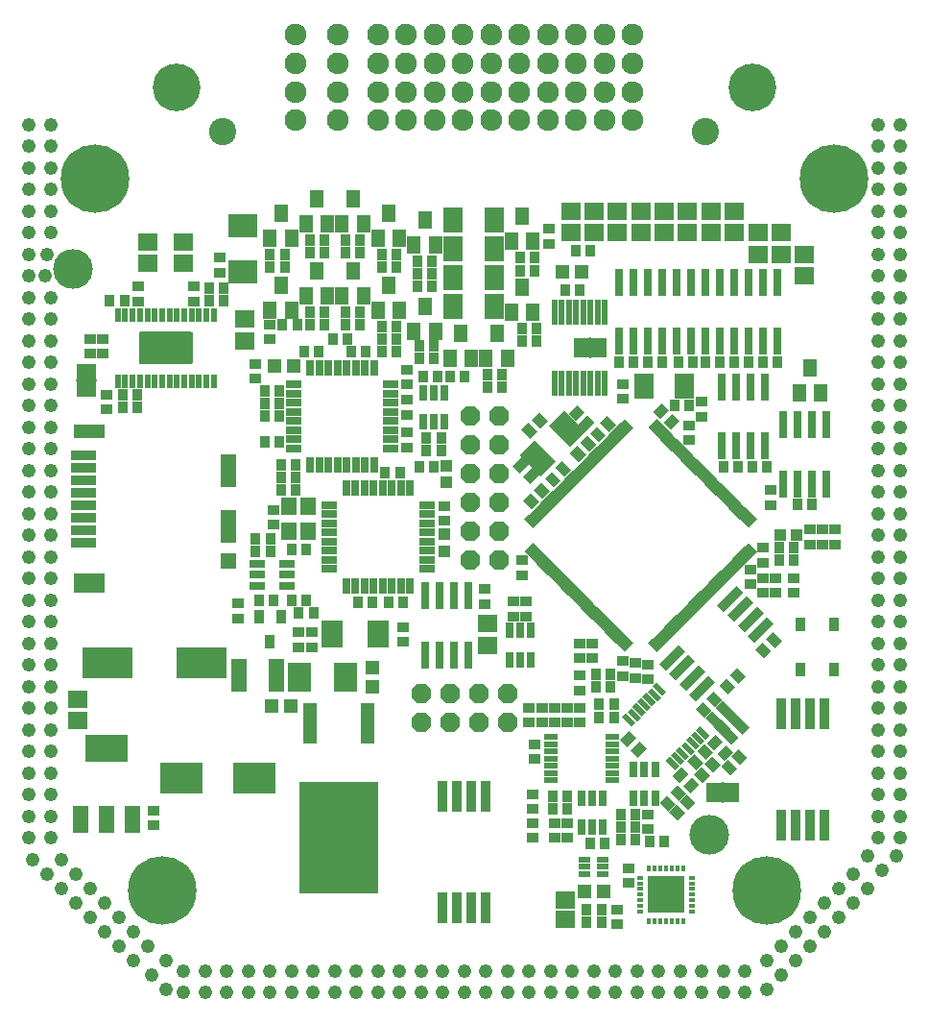
<source format=gbr>
G04 EAGLE Gerber RS-274X export*
G75*
%MOMM*%
%FSLAX34Y34*%
%LPD*%
%INSoldermask Top*%
%IPPOS*%
%AMOC8*
5,1,8,0,0,1.08239X$1,22.5*%
G01*
%ADD10C,3.503200*%
%ADD11R,0.903200X1.103200*%
%ADD12R,1.103200X0.903200*%
%ADD13R,0.903200X1.203200*%
%ADD14R,1.203200X1.303200*%
%ADD15R,1.473200X0.762000*%
%ADD16R,0.762000X1.473200*%
%ADD17R,1.983200X2.363200*%
%ADD18R,1.003200X1.003200*%
%ADD19R,1.403200X3.003200*%
%ADD20R,1.403200X1.603200*%
%ADD21R,2.003200X2.603200*%
%ADD22R,1.203200X1.603200*%
%ADD23R,1.703200X1.503200*%
%ADD24R,1.703200X2.303200*%
%ADD25R,0.889000X2.743200*%
%ADD26R,1.103200X0.503200*%
%ADD27R,0.503200X1.103200*%
%ADD28R,1.903200X2.603200*%
%ADD29R,0.803200X2.403200*%
%ADD30R,1.422200X2.438200*%
%ADD31R,3.803200X2.403200*%
%ADD32R,2.403200X0.838200*%
%ADD33P,1.869504X8X292.500000*%
%ADD34C,1.928200*%
%ADD35C,2.403200*%
%ADD36C,4.203200*%
%ADD37R,1.303200X1.203200*%
%ADD38R,0.753200X1.403200*%
%ADD39R,1.403200X0.753200*%
%ADD40R,1.193800X0.508000*%
%ADD41R,0.508000X1.193800*%
%ADD42R,1.203200X3.603200*%
%ADD43R,7.003200X9.803200*%
%ADD44R,4.503200X2.703200*%
%ADD45R,3.703200X2.703200*%
%ADD46R,2.603200X2.003200*%
%ADD47R,1.371600X1.803400*%
%ADD48R,0.152400X1.828800*%
%ADD49R,0.600000X0.300000*%
%ADD50R,0.300000X0.600000*%
%ADD51R,3.300000X3.300000*%
%ADD52R,1.003200X0.603200*%
%ADD53R,0.953200X1.203200*%
%ADD54R,1.803400X1.371600*%
%ADD55R,1.828800X0.152400*%
%ADD56R,2.203200X0.903200*%
%ADD57R,2.803200X1.703200*%
%ADD58R,2.803200X1.203200*%
%ADD59R,1.403200X1.403200*%
%ADD60R,1.403200X2.903200*%
%ADD61R,0.583200X2.203200*%
%ADD62P,1.869504X8X202.500000*%
%ADD63C,6.045200*%
%ADD64C,1.209600*%

G36*
X158776Y569980D02*
X158776Y569980D01*
X158802Y569978D01*
X158949Y570000D01*
X159096Y570017D01*
X159121Y570025D01*
X159147Y570029D01*
X159285Y570084D01*
X159424Y570134D01*
X159446Y570148D01*
X159471Y570158D01*
X159592Y570243D01*
X159717Y570323D01*
X159735Y570342D01*
X159757Y570357D01*
X159856Y570467D01*
X159959Y570574D01*
X159973Y570596D01*
X159990Y570616D01*
X160062Y570746D01*
X160138Y570873D01*
X160146Y570898D01*
X160159Y570921D01*
X160199Y571064D01*
X160244Y571205D01*
X160246Y571231D01*
X160254Y571256D01*
X160273Y571500D01*
X160273Y596900D01*
X160270Y596926D01*
X160272Y596952D01*
X160250Y597099D01*
X160233Y597246D01*
X160225Y597271D01*
X160221Y597297D01*
X160166Y597435D01*
X160116Y597574D01*
X160102Y597596D01*
X160092Y597621D01*
X160007Y597742D01*
X159927Y597867D01*
X159908Y597885D01*
X159893Y597907D01*
X159783Y598006D01*
X159676Y598109D01*
X159654Y598123D01*
X159634Y598140D01*
X159504Y598212D01*
X159377Y598288D01*
X159352Y598296D01*
X159329Y598309D01*
X159186Y598349D01*
X159045Y598394D01*
X159019Y598396D01*
X158994Y598404D01*
X158750Y598423D01*
X114300Y598423D01*
X114274Y598420D01*
X114248Y598422D01*
X114101Y598400D01*
X113954Y598383D01*
X113929Y598375D01*
X113903Y598371D01*
X113765Y598316D01*
X113626Y598266D01*
X113604Y598252D01*
X113579Y598242D01*
X113458Y598157D01*
X113333Y598077D01*
X113315Y598058D01*
X113293Y598043D01*
X113194Y597933D01*
X113091Y597826D01*
X113077Y597804D01*
X113060Y597784D01*
X112988Y597654D01*
X112912Y597527D01*
X112904Y597502D01*
X112891Y597479D01*
X112851Y597336D01*
X112806Y597195D01*
X112804Y597169D01*
X112796Y597144D01*
X112777Y596900D01*
X112777Y571500D01*
X112780Y571474D01*
X112778Y571448D01*
X112800Y571301D01*
X112817Y571154D01*
X112825Y571129D01*
X112829Y571103D01*
X112884Y570965D01*
X112934Y570826D01*
X112948Y570804D01*
X112958Y570779D01*
X113043Y570658D01*
X113123Y570533D01*
X113142Y570515D01*
X113157Y570493D01*
X113267Y570394D01*
X113374Y570291D01*
X113396Y570277D01*
X113416Y570260D01*
X113546Y570188D01*
X113673Y570112D01*
X113698Y570104D01*
X113721Y570091D01*
X113864Y570051D01*
X114005Y570006D01*
X114031Y570004D01*
X114056Y569996D01*
X114300Y569977D01*
X158750Y569977D01*
X158776Y569980D01*
G37*
D10*
X55000Y654000D03*
X616000Y155000D03*
D11*
X236688Y523875D03*
X223688Y523875D03*
D12*
X349250Y509738D03*
X349250Y496738D03*
D11*
X297013Y592138D03*
X284013Y592138D03*
X250975Y458788D03*
X237975Y458788D03*
X339875Y581025D03*
X326875Y581025D03*
D13*
X228600Y325550D03*
X219100Y347550D03*
X238100Y347550D03*
D11*
X250975Y481013D03*
X237975Y481013D03*
D14*
X249800Y568325D03*
X232800Y568325D03*
D11*
X223688Y534988D03*
X236688Y534988D03*
X250975Y469900D03*
X237975Y469900D03*
X312888Y581025D03*
X299888Y581025D03*
D12*
X349250Y565300D03*
X349250Y552300D03*
X349250Y538313D03*
X349250Y525313D03*
D11*
X236688Y546100D03*
X223688Y546100D03*
X266850Y350838D03*
X253850Y350838D03*
D12*
X228600Y604988D03*
X228600Y591988D03*
X215900Y570063D03*
X215900Y557063D03*
D11*
X252563Y604838D03*
X239563Y604838D03*
D15*
X249174Y551875D03*
X249174Y543875D03*
X249174Y535875D03*
X249174Y527875D03*
X249174Y519875D03*
X249174Y511875D03*
X249174Y503875D03*
X249174Y495875D03*
D16*
X264100Y480949D03*
X272100Y480949D03*
X280100Y480949D03*
X288100Y480949D03*
X296100Y480949D03*
X304100Y480949D03*
X312100Y480949D03*
X320100Y480949D03*
D15*
X335026Y495875D03*
X335026Y503875D03*
X335026Y511875D03*
X335026Y519875D03*
X335026Y527875D03*
X335026Y535875D03*
X335026Y543875D03*
X335026Y551875D03*
D16*
X320100Y566801D03*
X312100Y566801D03*
X304100Y566801D03*
X296100Y566801D03*
X288100Y566801D03*
X280100Y566801D03*
X272100Y566801D03*
X264100Y566801D03*
D11*
X247500Y406400D03*
X260500Y406400D03*
D12*
X231775Y428475D03*
X231775Y441475D03*
D11*
X223688Y501650D03*
X236688Y501650D03*
X215750Y415925D03*
X228750Y415925D03*
X215750Y404813D03*
X228750Y404813D03*
D17*
X282913Y331788D03*
X323613Y331788D03*
D11*
X690713Y407988D03*
X677713Y407988D03*
D18*
X693300Y419100D03*
X678300Y419100D03*
D19*
X200988Y295275D03*
X233988Y295275D03*
D11*
X258613Y581025D03*
X271613Y581025D03*
D20*
X262500Y422388D03*
X262500Y444388D03*
X245500Y444388D03*
X245500Y422388D03*
D21*
X294888Y293688D03*
X254388Y293688D03*
D22*
X238125Y639650D03*
X247625Y617650D03*
X228625Y617650D03*
D11*
X260500Y361950D03*
X247500Y361950D03*
X231925Y361950D03*
X218925Y361950D03*
X358625Y638175D03*
X371625Y638175D03*
D23*
X596900Y685825D03*
X596900Y704825D03*
D11*
X628500Y479425D03*
X641500Y479425D03*
X653900Y479425D03*
X666900Y479425D03*
D23*
X576263Y685825D03*
X576263Y704825D03*
X534988Y685825D03*
X534988Y704825D03*
D11*
X536425Y571500D03*
X549425Y571500D03*
X561825Y571500D03*
X574825Y571500D03*
D23*
X555625Y685825D03*
X555625Y704825D03*
D11*
X228450Y655638D03*
X241450Y655638D03*
X241450Y666750D03*
X228450Y666750D03*
D22*
X238125Y703150D03*
X247625Y681150D03*
X228625Y681150D03*
D11*
X263375Y604838D03*
X276375Y604838D03*
X276375Y615950D03*
X263375Y615950D03*
D22*
X269875Y652350D03*
X279375Y630350D03*
X260375Y630350D03*
D11*
X376388Y558800D03*
X363388Y558800D03*
X400200Y558800D03*
X387200Y558800D03*
D22*
X396875Y596788D03*
X406375Y574788D03*
X387375Y574788D03*
D11*
X420538Y549275D03*
X433538Y549275D03*
X433538Y560388D03*
X420538Y560388D03*
D22*
X428625Y596788D03*
X438125Y574788D03*
X419125Y574788D03*
D11*
X360213Y574675D03*
X373213Y574675D03*
X373213Y585788D03*
X360213Y585788D03*
D22*
X365125Y620600D03*
X374625Y598600D03*
X355625Y598600D03*
D11*
X295125Y604838D03*
X308125Y604838D03*
X308125Y615950D03*
X295125Y615950D03*
D22*
X301625Y652350D03*
X311125Y630350D03*
X292125Y630350D03*
D11*
X326875Y592138D03*
X339875Y592138D03*
X339875Y603250D03*
X326875Y603250D03*
D22*
X333375Y639650D03*
X342875Y617650D03*
X323875Y617650D03*
D24*
X425988Y646113D03*
X389988Y646113D03*
X425988Y620713D03*
X389988Y620713D03*
D11*
X585638Y533400D03*
X598638Y533400D03*
X450700Y590550D03*
X463700Y590550D03*
X463700Y601663D03*
X450700Y601663D03*
D22*
X450850Y638063D03*
X460350Y616063D03*
X441350Y616063D03*
D24*
X425988Y671513D03*
X389988Y671513D03*
D11*
X449113Y652463D03*
X462113Y652463D03*
X462113Y663575D03*
X449113Y663575D03*
D22*
X450850Y699975D03*
X460350Y677975D03*
X441350Y677975D03*
D24*
X425988Y696913D03*
X389988Y696913D03*
D12*
X382588Y431650D03*
X382588Y444650D03*
D18*
X382588Y420250D03*
X382588Y405250D03*
D25*
X679450Y261938D03*
X717550Y261938D03*
X692150Y261938D03*
X704850Y261938D03*
X679450Y163513D03*
X717550Y163513D03*
X692150Y163513D03*
X704850Y163513D03*
D23*
X700088Y666725D03*
X700088Y647725D03*
D12*
X609600Y523725D03*
X609600Y536725D03*
D11*
G36*
X572547Y521378D02*
X566161Y527764D01*
X573961Y535564D01*
X580347Y529178D01*
X572547Y521378D01*
G37*
G36*
X581739Y512186D02*
X575353Y518572D01*
X583153Y526372D01*
X589539Y519986D01*
X581739Y512186D01*
G37*
G36*
X519791Y518066D02*
X526177Y524452D01*
X533977Y516652D01*
X527591Y510266D01*
X519791Y518066D01*
G37*
G36*
X510598Y508873D02*
X516984Y515259D01*
X524784Y507459D01*
X518398Y501073D01*
X510598Y508873D01*
G37*
D12*
X598488Y503088D03*
X598488Y516088D03*
D11*
G36*
X480103Y478378D02*
X486489Y484764D01*
X494289Y476964D01*
X487903Y470578D01*
X480103Y478378D01*
G37*
G36*
X470911Y469186D02*
X477297Y475572D01*
X485097Y467772D01*
X478711Y461386D01*
X470911Y469186D01*
G37*
D12*
X539750Y295125D03*
X539750Y308125D03*
X652463Y376088D03*
X652463Y389088D03*
X663575Y408138D03*
X663575Y395138D03*
X550863Y306538D03*
X550863Y293538D03*
X450850Y397025D03*
X450850Y384025D03*
D11*
G36*
X502328Y500603D02*
X508714Y506989D01*
X516514Y499189D01*
X510128Y492803D01*
X502328Y500603D01*
G37*
G36*
X493136Y491411D02*
X499522Y497797D01*
X507322Y489997D01*
X500936Y483611D01*
X493136Y491411D01*
G37*
D26*
G36*
X545584Y510436D02*
X537784Y518236D01*
X541342Y521794D01*
X549142Y513994D01*
X545584Y510436D01*
G37*
G36*
X542048Y506901D02*
X534248Y514701D01*
X537806Y518259D01*
X545606Y510459D01*
X542048Y506901D01*
G37*
G36*
X538513Y503365D02*
X530713Y511165D01*
X534271Y514723D01*
X542071Y506923D01*
X538513Y503365D01*
G37*
G36*
X534977Y499829D02*
X527177Y507629D01*
X530735Y511187D01*
X538535Y503387D01*
X534977Y499829D01*
G37*
G36*
X531442Y496294D02*
X523642Y504094D01*
X527200Y507652D01*
X535000Y499852D01*
X531442Y496294D01*
G37*
G36*
X527906Y492758D02*
X520106Y500558D01*
X523664Y504116D01*
X531464Y496316D01*
X527906Y492758D01*
G37*
G36*
X524371Y489223D02*
X516571Y497023D01*
X520129Y500581D01*
X527929Y492781D01*
X524371Y489223D01*
G37*
G36*
X520835Y485687D02*
X513035Y493487D01*
X516593Y497045D01*
X524393Y489245D01*
X520835Y485687D01*
G37*
G36*
X517299Y482152D02*
X509499Y489952D01*
X513057Y493510D01*
X520857Y485710D01*
X517299Y482152D01*
G37*
G36*
X513764Y478616D02*
X505964Y486416D01*
X509522Y489974D01*
X517322Y482174D01*
X513764Y478616D01*
G37*
G36*
X510228Y475081D02*
X502428Y482881D01*
X505986Y486439D01*
X513786Y478639D01*
X510228Y475081D01*
G37*
G36*
X506693Y471545D02*
X498893Y479345D01*
X502451Y482903D01*
X510251Y475103D01*
X506693Y471545D01*
G37*
G36*
X503157Y468010D02*
X495357Y475810D01*
X498915Y479368D01*
X506715Y471568D01*
X503157Y468010D01*
G37*
G36*
X499622Y464474D02*
X491822Y472274D01*
X495380Y475832D01*
X503180Y468032D01*
X499622Y464474D01*
G37*
G36*
X496086Y460939D02*
X488286Y468739D01*
X491844Y472297D01*
X499644Y464497D01*
X496086Y460939D01*
G37*
G36*
X492551Y457403D02*
X484751Y465203D01*
X488309Y468761D01*
X496109Y460961D01*
X492551Y457403D01*
G37*
G36*
X489015Y453868D02*
X481215Y461668D01*
X484773Y465226D01*
X492573Y457426D01*
X489015Y453868D01*
G37*
G36*
X485480Y450332D02*
X477680Y458132D01*
X481238Y461690D01*
X489038Y453890D01*
X485480Y450332D01*
G37*
G36*
X481944Y446796D02*
X474144Y454596D01*
X477702Y458154D01*
X485502Y450354D01*
X481944Y446796D01*
G37*
G36*
X478409Y443261D02*
X470609Y451061D01*
X474167Y454619D01*
X481967Y446819D01*
X478409Y443261D01*
G37*
G36*
X474873Y439725D02*
X467073Y447525D01*
X470631Y451083D01*
X478431Y443283D01*
X474873Y439725D01*
G37*
G36*
X471338Y436190D02*
X463538Y443990D01*
X467096Y447548D01*
X474896Y439748D01*
X471338Y436190D01*
G37*
G36*
X467802Y432654D02*
X460002Y440454D01*
X463560Y444012D01*
X471360Y436212D01*
X467802Y432654D01*
G37*
G36*
X464266Y429119D02*
X456466Y436919D01*
X460024Y440477D01*
X467824Y432677D01*
X464266Y429119D01*
G37*
G36*
X460731Y425583D02*
X452931Y433383D01*
X456489Y436941D01*
X464289Y429141D01*
X460731Y425583D01*
G37*
D27*
G36*
X456489Y401259D02*
X452931Y404817D01*
X460731Y412617D01*
X464289Y409059D01*
X456489Y401259D01*
G37*
G36*
X460024Y397723D02*
X456466Y401281D01*
X464266Y409081D01*
X467824Y405523D01*
X460024Y397723D01*
G37*
G36*
X463560Y394188D02*
X460002Y397746D01*
X467802Y405546D01*
X471360Y401988D01*
X463560Y394188D01*
G37*
G36*
X467096Y390652D02*
X463538Y394210D01*
X471338Y402010D01*
X474896Y398452D01*
X467096Y390652D01*
G37*
G36*
X470631Y387117D02*
X467073Y390675D01*
X474873Y398475D01*
X478431Y394917D01*
X470631Y387117D01*
G37*
G36*
X474167Y383581D02*
X470609Y387139D01*
X478409Y394939D01*
X481967Y391381D01*
X474167Y383581D01*
G37*
G36*
X477702Y380046D02*
X474144Y383604D01*
X481944Y391404D01*
X485502Y387846D01*
X477702Y380046D01*
G37*
G36*
X481238Y376510D02*
X477680Y380068D01*
X485480Y387868D01*
X489038Y384310D01*
X481238Y376510D01*
G37*
G36*
X484773Y372974D02*
X481215Y376532D01*
X489015Y384332D01*
X492573Y380774D01*
X484773Y372974D01*
G37*
G36*
X488309Y369439D02*
X484751Y372997D01*
X492551Y380797D01*
X496109Y377239D01*
X488309Y369439D01*
G37*
G36*
X491844Y365903D02*
X488286Y369461D01*
X496086Y377261D01*
X499644Y373703D01*
X491844Y365903D01*
G37*
G36*
X495380Y362368D02*
X491822Y365926D01*
X499622Y373726D01*
X503180Y370168D01*
X495380Y362368D01*
G37*
G36*
X498915Y358832D02*
X495357Y362390D01*
X503157Y370190D01*
X506715Y366632D01*
X498915Y358832D01*
G37*
G36*
X502451Y355297D02*
X498893Y358855D01*
X506693Y366655D01*
X510251Y363097D01*
X502451Y355297D01*
G37*
G36*
X505986Y351761D02*
X502428Y355319D01*
X510228Y363119D01*
X513786Y359561D01*
X505986Y351761D01*
G37*
G36*
X509522Y348226D02*
X505964Y351784D01*
X513764Y359584D01*
X517322Y356026D01*
X509522Y348226D01*
G37*
G36*
X513057Y344690D02*
X509499Y348248D01*
X517299Y356048D01*
X520857Y352490D01*
X513057Y344690D01*
G37*
G36*
X516593Y341155D02*
X513035Y344713D01*
X520835Y352513D01*
X524393Y348955D01*
X516593Y341155D01*
G37*
G36*
X520129Y337619D02*
X516571Y341177D01*
X524371Y348977D01*
X527929Y345419D01*
X520129Y337619D01*
G37*
G36*
X523664Y334084D02*
X520106Y337642D01*
X527906Y345442D01*
X531464Y341884D01*
X523664Y334084D01*
G37*
G36*
X527200Y330548D02*
X523642Y334106D01*
X531442Y341906D01*
X535000Y338348D01*
X527200Y330548D01*
G37*
G36*
X530735Y327013D02*
X527177Y330571D01*
X534977Y338371D01*
X538535Y334813D01*
X530735Y327013D01*
G37*
G36*
X534271Y323477D02*
X530713Y327035D01*
X538513Y334835D01*
X542071Y331277D01*
X534271Y323477D01*
G37*
G36*
X537806Y319941D02*
X534248Y323499D01*
X542048Y331299D01*
X545606Y327741D01*
X537806Y319941D01*
G37*
G36*
X541342Y316406D02*
X537784Y319964D01*
X545584Y327764D01*
X549142Y324206D01*
X541342Y316406D01*
G37*
D26*
G36*
X569908Y316406D02*
X562108Y324206D01*
X565666Y327764D01*
X573466Y319964D01*
X569908Y316406D01*
G37*
G36*
X573444Y319941D02*
X565644Y327741D01*
X569202Y331299D01*
X577002Y323499D01*
X573444Y319941D01*
G37*
G36*
X576979Y323477D02*
X569179Y331277D01*
X572737Y334835D01*
X580537Y327035D01*
X576979Y323477D01*
G37*
G36*
X580515Y327013D02*
X572715Y334813D01*
X576273Y338371D01*
X584073Y330571D01*
X580515Y327013D01*
G37*
G36*
X584050Y330548D02*
X576250Y338348D01*
X579808Y341906D01*
X587608Y334106D01*
X584050Y330548D01*
G37*
G36*
X587586Y334084D02*
X579786Y341884D01*
X583344Y345442D01*
X591144Y337642D01*
X587586Y334084D01*
G37*
G36*
X591121Y337619D02*
X583321Y345419D01*
X586879Y348977D01*
X594679Y341177D01*
X591121Y337619D01*
G37*
G36*
X594657Y341155D02*
X586857Y348955D01*
X590415Y352513D01*
X598215Y344713D01*
X594657Y341155D01*
G37*
G36*
X598193Y344690D02*
X590393Y352490D01*
X593951Y356048D01*
X601751Y348248D01*
X598193Y344690D01*
G37*
G36*
X601728Y348226D02*
X593928Y356026D01*
X597486Y359584D01*
X605286Y351784D01*
X601728Y348226D01*
G37*
G36*
X605264Y351761D02*
X597464Y359561D01*
X601022Y363119D01*
X608822Y355319D01*
X605264Y351761D01*
G37*
G36*
X608799Y355297D02*
X600999Y363097D01*
X604557Y366655D01*
X612357Y358855D01*
X608799Y355297D01*
G37*
G36*
X612335Y358832D02*
X604535Y366632D01*
X608093Y370190D01*
X615893Y362390D01*
X612335Y358832D01*
G37*
G36*
X615870Y362368D02*
X608070Y370168D01*
X611628Y373726D01*
X619428Y365926D01*
X615870Y362368D01*
G37*
G36*
X619406Y365903D02*
X611606Y373703D01*
X615164Y377261D01*
X622964Y369461D01*
X619406Y365903D01*
G37*
G36*
X622941Y369439D02*
X615141Y377239D01*
X618699Y380797D01*
X626499Y372997D01*
X622941Y369439D01*
G37*
G36*
X626477Y372974D02*
X618677Y380774D01*
X622235Y384332D01*
X630035Y376532D01*
X626477Y372974D01*
G37*
G36*
X630012Y376510D02*
X622212Y384310D01*
X625770Y387868D01*
X633570Y380068D01*
X630012Y376510D01*
G37*
G36*
X633548Y380046D02*
X625748Y387846D01*
X629306Y391404D01*
X637106Y383604D01*
X633548Y380046D01*
G37*
G36*
X637083Y383581D02*
X629283Y391381D01*
X632841Y394939D01*
X640641Y387139D01*
X637083Y383581D01*
G37*
G36*
X640619Y387117D02*
X632819Y394917D01*
X636377Y398475D01*
X644177Y390675D01*
X640619Y387117D01*
G37*
G36*
X644154Y390652D02*
X636354Y398452D01*
X639912Y402010D01*
X647712Y394210D01*
X644154Y390652D01*
G37*
G36*
X647690Y394188D02*
X639890Y401988D01*
X643448Y405546D01*
X651248Y397746D01*
X647690Y394188D01*
G37*
G36*
X651226Y397723D02*
X643426Y405523D01*
X646984Y409081D01*
X654784Y401281D01*
X651226Y397723D01*
G37*
G36*
X654761Y401259D02*
X646961Y409059D01*
X650519Y412617D01*
X658319Y404817D01*
X654761Y401259D01*
G37*
D27*
G36*
X650519Y425583D02*
X646961Y429141D01*
X654761Y436941D01*
X658319Y433383D01*
X650519Y425583D01*
G37*
G36*
X646984Y429119D02*
X643426Y432677D01*
X651226Y440477D01*
X654784Y436919D01*
X646984Y429119D01*
G37*
G36*
X643448Y432654D02*
X639890Y436212D01*
X647690Y444012D01*
X651248Y440454D01*
X643448Y432654D01*
G37*
G36*
X639912Y436190D02*
X636354Y439748D01*
X644154Y447548D01*
X647712Y443990D01*
X639912Y436190D01*
G37*
G36*
X636377Y439725D02*
X632819Y443283D01*
X640619Y451083D01*
X644177Y447525D01*
X636377Y439725D01*
G37*
G36*
X632841Y443261D02*
X629283Y446819D01*
X637083Y454619D01*
X640641Y451061D01*
X632841Y443261D01*
G37*
G36*
X629306Y446796D02*
X625748Y450354D01*
X633548Y458154D01*
X637106Y454596D01*
X629306Y446796D01*
G37*
G36*
X625770Y450332D02*
X622212Y453890D01*
X630012Y461690D01*
X633570Y458132D01*
X625770Y450332D01*
G37*
G36*
X622235Y453868D02*
X618677Y457426D01*
X626477Y465226D01*
X630035Y461668D01*
X622235Y453868D01*
G37*
G36*
X618699Y457403D02*
X615141Y460961D01*
X622941Y468761D01*
X626499Y465203D01*
X618699Y457403D01*
G37*
G36*
X615164Y460939D02*
X611606Y464497D01*
X619406Y472297D01*
X622964Y468739D01*
X615164Y460939D01*
G37*
G36*
X611628Y464474D02*
X608070Y468032D01*
X615870Y475832D01*
X619428Y472274D01*
X611628Y464474D01*
G37*
G36*
X608093Y468010D02*
X604535Y471568D01*
X612335Y479368D01*
X615893Y475810D01*
X608093Y468010D01*
G37*
G36*
X604557Y471545D02*
X600999Y475103D01*
X608799Y482903D01*
X612357Y479345D01*
X604557Y471545D01*
G37*
G36*
X601022Y475081D02*
X597464Y478639D01*
X605264Y486439D01*
X608822Y482881D01*
X601022Y475081D01*
G37*
G36*
X597486Y478616D02*
X593928Y482174D01*
X601728Y489974D01*
X605286Y486416D01*
X597486Y478616D01*
G37*
G36*
X593951Y482152D02*
X590393Y485710D01*
X598193Y493510D01*
X601751Y489952D01*
X593951Y482152D01*
G37*
G36*
X590415Y485687D02*
X586857Y489245D01*
X594657Y497045D01*
X598215Y493487D01*
X590415Y485687D01*
G37*
G36*
X586879Y489223D02*
X583321Y492781D01*
X591121Y500581D01*
X594679Y497023D01*
X586879Y489223D01*
G37*
G36*
X583344Y492758D02*
X579786Y496316D01*
X587586Y504116D01*
X591144Y500558D01*
X583344Y492758D01*
G37*
G36*
X579808Y496294D02*
X576250Y499852D01*
X584050Y507652D01*
X587608Y504094D01*
X579808Y496294D01*
G37*
G36*
X576273Y499829D02*
X572715Y503387D01*
X580515Y511187D01*
X584073Y507629D01*
X576273Y499829D01*
G37*
G36*
X572737Y503365D02*
X569179Y506923D01*
X576979Y514723D01*
X580537Y511165D01*
X572737Y503365D01*
G37*
G36*
X569202Y506901D02*
X565644Y510459D01*
X573444Y518259D01*
X577002Y514701D01*
X569202Y506901D01*
G37*
G36*
X565666Y510436D02*
X562108Y513994D01*
X569908Y521794D01*
X573466Y518236D01*
X565666Y510436D01*
G37*
D11*
G36*
X508541Y524784D02*
X514927Y518398D01*
X507127Y510598D01*
X500741Y516984D01*
X508541Y524784D01*
G37*
G36*
X499348Y533977D02*
X505734Y527591D01*
X497934Y519791D01*
X491548Y526177D01*
X499348Y533977D01*
G37*
G36*
X448722Y473753D02*
X442336Y480139D01*
X450136Y487939D01*
X456522Y481553D01*
X448722Y473753D01*
G37*
G36*
X457914Y464561D02*
X451528Y470947D01*
X459328Y478747D01*
X465714Y472361D01*
X457914Y464561D01*
G37*
G36*
X464459Y510634D02*
X458073Y504248D01*
X450273Y512048D01*
X456659Y518434D01*
X464459Y510634D01*
G37*
G36*
X473652Y519827D02*
X467266Y513441D01*
X459466Y521241D01*
X465852Y527627D01*
X473652Y519827D01*
G37*
D28*
G36*
X474987Y515618D02*
X488445Y529076D01*
X506851Y510670D01*
X493393Y497212D01*
X474987Y515618D01*
G37*
G36*
X448824Y489455D02*
X462282Y502913D01*
X480688Y484507D01*
X467230Y471049D01*
X448824Y489455D01*
G37*
D12*
X669925Y445938D03*
X669925Y458938D03*
D11*
X706588Y446088D03*
X693588Y446088D03*
D29*
X693738Y464538D03*
X693738Y516538D03*
X681038Y464538D03*
X706438Y464538D03*
X719138Y464538D03*
X681038Y516538D03*
X706438Y516538D03*
X719138Y516538D03*
D30*
X61028Y169035D03*
X84138Y169035D03*
X107248Y169035D03*
D31*
X84138Y231015D03*
D23*
X58738Y274613D03*
X58738Y255613D03*
D32*
G36*
X650129Y330665D02*
X667122Y347658D01*
X673049Y341731D01*
X656056Y324738D01*
X650129Y330665D01*
G37*
G36*
X641149Y339645D02*
X658142Y356638D01*
X664069Y350711D01*
X647076Y333718D01*
X641149Y339645D01*
G37*
G36*
X632168Y348626D02*
X649161Y365619D01*
X655088Y359692D01*
X638095Y342699D01*
X632168Y348626D01*
G37*
G36*
X623188Y357606D02*
X640181Y374599D01*
X646108Y368672D01*
X629115Y351679D01*
X623188Y357606D01*
G37*
G36*
X571551Y305969D02*
X588544Y322962D01*
X594471Y317035D01*
X577478Y300042D01*
X571551Y305969D01*
G37*
G36*
X580531Y296989D02*
X597524Y313982D01*
X603451Y308055D01*
X586458Y291062D01*
X580531Y296989D01*
G37*
G36*
X589512Y288008D02*
X606505Y305001D01*
X612432Y299074D01*
X595439Y282081D01*
X589512Y288008D01*
G37*
G36*
X598492Y279028D02*
X615485Y296021D01*
X621412Y290094D01*
X604419Y273101D01*
X598492Y279028D01*
G37*
D11*
G36*
X639084Y285209D02*
X632698Y278823D01*
X624898Y286623D01*
X631284Y293009D01*
X639084Y285209D01*
G37*
G36*
X648277Y294402D02*
X641891Y288016D01*
X634091Y295816D01*
X640477Y302202D01*
X648277Y294402D01*
G37*
G36*
X665841Y327566D02*
X672227Y333952D01*
X680027Y326152D01*
X673641Y319766D01*
X665841Y327566D01*
G37*
G36*
X656648Y318373D02*
X663034Y324759D01*
X670834Y316959D01*
X664448Y310573D01*
X656648Y318373D01*
G37*
D33*
X430213Y523875D03*
X404813Y523875D03*
X430213Y498475D03*
X404813Y498475D03*
X430213Y473075D03*
X404813Y473075D03*
X430213Y447675D03*
X404813Y447675D03*
X430213Y422275D03*
X404813Y422275D03*
X430213Y396875D03*
X404813Y396875D03*
D11*
G36*
X466047Y448722D02*
X459661Y442336D01*
X451861Y450136D01*
X458247Y456522D01*
X466047Y448722D01*
G37*
G36*
X475239Y457914D02*
X468853Y451528D01*
X461053Y459328D01*
X467439Y465714D01*
X475239Y457914D01*
G37*
D23*
X617538Y685825D03*
X617538Y704825D03*
D11*
X588813Y571500D03*
X601813Y571500D03*
X612625Y571500D03*
X625625Y571500D03*
D23*
X638175Y685825D03*
X638175Y704825D03*
X679450Y666775D03*
X679450Y685775D03*
D11*
X638025Y571500D03*
X651025Y571500D03*
X663425Y571500D03*
X676425Y571500D03*
D23*
X658813Y666775D03*
X658813Y685775D03*
D11*
X358625Y649288D03*
X371625Y649288D03*
X371625Y660400D03*
X358625Y660400D03*
D22*
X365125Y696800D03*
X374625Y674800D03*
X355625Y674800D03*
D11*
X326875Y655638D03*
X339875Y655638D03*
X339875Y666750D03*
X326875Y666750D03*
D22*
X333375Y703150D03*
X342875Y681150D03*
X323875Y681150D03*
D11*
X295125Y668338D03*
X308125Y668338D03*
X308125Y679450D03*
X295125Y679450D03*
D22*
X301625Y715850D03*
X311125Y693850D03*
X292125Y693850D03*
D11*
X276375Y668338D03*
X263375Y668338D03*
X276375Y679450D03*
X263375Y679450D03*
D22*
X269875Y715850D03*
X279375Y693850D03*
X260375Y693850D03*
D34*
X251500Y785000D03*
X251500Y810000D03*
X251500Y835000D03*
X251500Y860000D03*
X288500Y785000D03*
X288500Y810000D03*
X288500Y835000D03*
X288500Y860000D03*
X323500Y785000D03*
X323500Y810000D03*
X323500Y835000D03*
X323500Y860000D03*
X348500Y785000D03*
X348500Y810000D03*
X348500Y835000D03*
X348500Y860000D03*
X373500Y785000D03*
X373500Y810000D03*
X373500Y835000D03*
X373500Y860000D03*
X398500Y785000D03*
X398500Y810000D03*
X398500Y835000D03*
X398500Y860000D03*
X423500Y785000D03*
X423500Y810000D03*
X423500Y835000D03*
X423500Y860000D03*
X448500Y785000D03*
X448500Y810000D03*
X448500Y835000D03*
X448500Y860000D03*
X473500Y785000D03*
X473500Y810000D03*
X473500Y835000D03*
X473500Y860000D03*
X498500Y785000D03*
X498500Y810000D03*
X498500Y835000D03*
X498500Y860000D03*
X523500Y785000D03*
X523500Y810000D03*
X523500Y835000D03*
X523500Y860000D03*
X548500Y785000D03*
X548500Y810000D03*
X548500Y835000D03*
X548500Y860000D03*
D35*
X187000Y775000D03*
X613000Y775000D03*
D36*
X146000Y813500D03*
X654000Y813500D03*
D25*
X419100Y90488D03*
X381000Y90488D03*
X406400Y90488D03*
X393700Y90488D03*
X419100Y188913D03*
X381000Y188913D03*
X406400Y188913D03*
X393700Y188913D03*
D12*
X539750Y539600D03*
X539750Y552600D03*
X468313Y266850D03*
X468313Y253850D03*
X457200Y253850D03*
X457200Y266850D03*
X461963Y222100D03*
X461963Y235100D03*
D11*
G36*
X610509Y218534D02*
X604123Y212148D01*
X596323Y219948D01*
X602709Y226334D01*
X610509Y218534D01*
G37*
G36*
X619702Y227727D02*
X613316Y221341D01*
X605516Y229141D01*
X611902Y235527D01*
X619702Y227727D01*
G37*
D12*
X501650Y295425D03*
X501650Y282425D03*
D11*
X515788Y296863D03*
X528788Y296863D03*
X531963Y258763D03*
X518963Y258763D03*
D12*
X501650Y324000D03*
X501650Y311000D03*
X479425Y266850D03*
X479425Y253850D03*
X501650Y253850D03*
X501650Y266850D03*
D11*
X528788Y285750D03*
X515788Y285750D03*
X518963Y269875D03*
X531963Y269875D03*
D12*
X512763Y311000D03*
X512763Y324000D03*
X490538Y266850D03*
X490538Y253850D03*
D11*
X366563Y504825D03*
X379563Y504825D03*
X379563Y493713D03*
X366563Y493713D03*
G36*
X543972Y232453D02*
X537586Y238839D01*
X545386Y246639D01*
X551772Y240253D01*
X543972Y232453D01*
G37*
G36*
X553164Y223261D02*
X546778Y229647D01*
X554578Y237447D01*
X560964Y231061D01*
X553164Y223261D01*
G37*
G36*
X600616Y205697D02*
X607002Y199311D01*
X599202Y191511D01*
X592816Y197897D01*
X600616Y205697D01*
G37*
G36*
X591423Y214889D02*
X597809Y208503D01*
X590009Y200703D01*
X583623Y207089D01*
X591423Y214889D01*
G37*
G36*
X620172Y229278D02*
X613786Y235664D01*
X621586Y243464D01*
X627972Y237078D01*
X620172Y229278D01*
G37*
G36*
X629364Y220086D02*
X622978Y226472D01*
X630778Y234272D01*
X637164Y227886D01*
X629364Y220086D01*
G37*
G36*
X586697Y182022D02*
X580311Y175636D01*
X572511Y183436D01*
X578897Y189822D01*
X586697Y182022D01*
G37*
G36*
X595889Y191214D02*
X589503Y184828D01*
X581703Y192628D01*
X588089Y199014D01*
X595889Y191214D01*
G37*
X551013Y173038D03*
X538013Y173038D03*
G36*
X594634Y174084D02*
X588248Y167698D01*
X580448Y175498D01*
X586834Y181884D01*
X594634Y174084D01*
G37*
G36*
X603827Y183277D02*
X597441Y176891D01*
X589641Y184691D01*
X596027Y191077D01*
X603827Y183277D01*
G37*
G36*
X616859Y207422D02*
X610473Y201036D01*
X602673Y208836D01*
X609059Y215222D01*
X616859Y207422D01*
G37*
G36*
X626052Y216614D02*
X619666Y210228D01*
X611866Y218028D01*
X618252Y224414D01*
X626052Y216614D01*
G37*
X538013Y161925D03*
X551013Y161925D03*
D12*
X490538Y165250D03*
X490538Y152250D03*
X460375Y190650D03*
X460375Y177650D03*
D11*
X477688Y177800D03*
X490688Y177800D03*
X477688Y188913D03*
X490688Y188913D03*
D12*
X460375Y165250D03*
X460375Y152250D03*
X479425Y152250D03*
X479425Y165250D03*
X561975Y160188D03*
X561975Y173188D03*
D11*
X511025Y147638D03*
X524025Y147638D03*
X538013Y150813D03*
X551013Y150813D03*
X563413Y149225D03*
X576413Y149225D03*
X373213Y479425D03*
X360213Y479425D03*
D18*
X384175Y480575D03*
X384175Y465575D03*
D37*
X486800Y650875D03*
X503800Y650875D03*
D29*
X639763Y497875D03*
X639763Y549875D03*
X627063Y497875D03*
X652463Y497875D03*
X665163Y497875D03*
X627063Y549875D03*
X652463Y549875D03*
X665163Y549875D03*
X549275Y589950D03*
X549275Y641950D03*
X536575Y589950D03*
X561975Y589950D03*
X574675Y589950D03*
X536575Y641950D03*
X561975Y641950D03*
X574675Y641950D03*
X600075Y589950D03*
X600075Y641950D03*
X587375Y589950D03*
X612775Y589950D03*
X625475Y589950D03*
X587375Y641950D03*
X612775Y641950D03*
X625475Y641950D03*
X650875Y589950D03*
X650875Y641950D03*
X638175Y589950D03*
X663575Y589950D03*
X676275Y589950D03*
X638175Y641950D03*
X663575Y641950D03*
X676275Y641950D03*
D11*
G36*
X613453Y275178D02*
X619839Y281564D01*
X627639Y273764D01*
X621253Y267378D01*
X613453Y275178D01*
G37*
G36*
X604261Y265986D02*
X610647Y272372D01*
X618447Y264572D01*
X612061Y258186D01*
X604261Y265986D01*
G37*
G36*
X629328Y259303D02*
X635714Y265689D01*
X643514Y257889D01*
X637128Y251503D01*
X629328Y259303D01*
G37*
G36*
X620136Y250111D02*
X626522Y256497D01*
X634322Y248697D01*
X627936Y242311D01*
X620136Y250111D01*
G37*
G36*
X626384Y256634D02*
X619998Y250248D01*
X612198Y258048D01*
X618584Y264434D01*
X626384Y256634D01*
G37*
G36*
X635577Y265827D02*
X629191Y259441D01*
X621391Y267241D01*
X627777Y273627D01*
X635577Y265827D01*
G37*
G36*
X637266Y251366D02*
X643652Y257752D01*
X651452Y249952D01*
X645066Y243566D01*
X637266Y251366D01*
G37*
G36*
X628073Y242173D02*
X634459Y248559D01*
X642259Y240759D01*
X635873Y234373D01*
X628073Y242173D01*
G37*
D12*
X663575Y381150D03*
X663575Y368150D03*
X674688Y381150D03*
X674688Y368150D03*
D38*
X439763Y309263D03*
X449263Y309263D03*
X458763Y309263D03*
X458763Y335263D03*
X449263Y335263D03*
X439763Y335263D03*
D12*
X442913Y347513D03*
X442913Y360513D03*
X454025Y347513D03*
X454025Y360513D03*
D38*
X363563Y518813D03*
X373063Y518813D03*
X382563Y518813D03*
X382563Y544813D03*
X373063Y544813D03*
X363563Y544813D03*
X522263Y187625D03*
X512763Y187625D03*
X503263Y187625D03*
X503263Y161625D03*
X512763Y161625D03*
X522263Y161625D03*
X549300Y187025D03*
X558800Y187025D03*
X568300Y187025D03*
X568300Y213025D03*
X558800Y213025D03*
X549300Y213025D03*
D39*
X243188Y374675D03*
X243188Y384175D03*
X243188Y393675D03*
X217188Y393675D03*
X217188Y384175D03*
X217188Y374675D03*
D23*
X514350Y704825D03*
X514350Y685825D03*
X493713Y704825D03*
X493713Y685825D03*
D11*
X488800Y635000D03*
X501800Y635000D03*
X498325Y669925D03*
X511325Y669925D03*
D24*
X594263Y550863D03*
X558263Y550863D03*
D40*
X476060Y241300D03*
X476060Y234950D03*
X476060Y228600D03*
X476060Y222250D03*
X476060Y215900D03*
X476060Y209550D03*
X476060Y203200D03*
X530416Y241300D03*
X530416Y234950D03*
X530416Y228600D03*
X530416Y222250D03*
X530416Y215900D03*
X530416Y209550D03*
X530416Y203200D03*
D41*
G36*
X589613Y215713D02*
X586021Y212121D01*
X577581Y220561D01*
X581173Y224153D01*
X589613Y215713D01*
G37*
G36*
X594103Y220203D02*
X590511Y216611D01*
X582071Y225051D01*
X585663Y228643D01*
X594103Y220203D01*
G37*
G36*
X598594Y224693D02*
X595002Y221101D01*
X586562Y229541D01*
X590154Y233133D01*
X598594Y224693D01*
G37*
G36*
X603084Y229183D02*
X599492Y225591D01*
X591052Y234031D01*
X594644Y237623D01*
X603084Y229183D01*
G37*
G36*
X607574Y233673D02*
X603982Y230081D01*
X595542Y238521D01*
X599134Y242113D01*
X607574Y233673D01*
G37*
G36*
X612064Y238164D02*
X608472Y234572D01*
X600032Y243012D01*
X603624Y246604D01*
X612064Y238164D01*
G37*
G36*
X616554Y242654D02*
X612962Y239062D01*
X604522Y247502D01*
X608114Y251094D01*
X616554Y242654D01*
G37*
G36*
X551178Y254148D02*
X547586Y250556D01*
X539146Y258996D01*
X542738Y262588D01*
X551178Y254148D01*
G37*
G36*
X555668Y258638D02*
X552076Y255046D01*
X543636Y263486D01*
X547228Y267078D01*
X555668Y258638D01*
G37*
G36*
X560158Y263129D02*
X556566Y259537D01*
X548126Y267977D01*
X551718Y271569D01*
X560158Y263129D01*
G37*
G36*
X564648Y267619D02*
X561056Y264027D01*
X552616Y272467D01*
X556208Y276059D01*
X564648Y267619D01*
G37*
G36*
X569138Y272109D02*
X565546Y268517D01*
X557106Y276957D01*
X560698Y280549D01*
X569138Y272109D01*
G37*
G36*
X573629Y276599D02*
X570037Y273007D01*
X561597Y281447D01*
X565189Y285039D01*
X573629Y276599D01*
G37*
G36*
X578119Y281089D02*
X574527Y277497D01*
X566087Y285937D01*
X569679Y289529D01*
X578119Y281089D01*
G37*
D11*
X343050Y474663D03*
X330050Y474663D03*
X346225Y360363D03*
X333225Y360363D03*
X306238Y360363D03*
X319238Y360363D03*
D16*
X351850Y460439D03*
X343850Y460439D03*
X335850Y460439D03*
X327850Y460439D03*
X319850Y460439D03*
X311850Y460439D03*
X303850Y460439D03*
X295850Y460439D03*
D15*
X280924Y445513D03*
X280924Y437513D03*
X280924Y429513D03*
X280924Y421513D03*
X280924Y413513D03*
X280924Y405513D03*
X280924Y397513D03*
X280924Y389513D03*
D16*
X295850Y374587D03*
X303850Y374587D03*
X311850Y374587D03*
X319850Y374587D03*
X327850Y374587D03*
X335850Y374587D03*
X343850Y374587D03*
X351850Y374587D03*
D15*
X366776Y389513D03*
X366776Y397513D03*
X366776Y405513D03*
X366776Y413513D03*
X366776Y421513D03*
X366776Y429513D03*
X366776Y437513D03*
X366776Y445513D03*
D29*
X390525Y365725D03*
X390525Y313725D03*
X403225Y365725D03*
X377825Y365725D03*
X365125Y365725D03*
X403225Y313725D03*
X377825Y313725D03*
X365125Y313725D03*
D12*
X417513Y358625D03*
X417513Y371625D03*
X346075Y338288D03*
X346075Y325288D03*
X474663Y689125D03*
X474663Y676125D03*
D22*
X704850Y566625D03*
X714350Y544625D03*
X695350Y544625D03*
D14*
X319088Y285188D03*
X319088Y302188D03*
D12*
X125413Y163363D03*
X125413Y176363D03*
X561975Y304950D03*
X561975Y291950D03*
D42*
X314325Y253325D03*
X263525Y253325D03*
D43*
X288925Y152325D03*
D44*
X168500Y306388D03*
X85500Y306388D03*
D45*
X215063Y204788D03*
X150063Y204788D03*
D41*
X178775Y613378D03*
X172275Y613378D03*
X165775Y613378D03*
X159275Y613378D03*
X152775Y613378D03*
X146275Y613378D03*
X139775Y613378D03*
X133275Y613378D03*
X126775Y613378D03*
X120275Y613378D03*
X113775Y613378D03*
X107275Y613378D03*
X100775Y613378D03*
X94275Y613378D03*
X94275Y555022D03*
X100775Y555022D03*
X107275Y555022D03*
X113775Y555022D03*
X120275Y555022D03*
X126775Y555022D03*
X133275Y555022D03*
X139775Y555022D03*
X146275Y555022D03*
X152775Y555022D03*
X159275Y555022D03*
X165775Y555022D03*
X172275Y555022D03*
X178775Y555022D03*
D11*
X100163Y625475D03*
X87163Y625475D03*
D12*
X80963Y592288D03*
X80963Y579288D03*
D11*
X111275Y542925D03*
X98275Y542925D03*
X98275Y531813D03*
X111275Y531813D03*
D23*
X152400Y677838D03*
X152400Y658838D03*
X120650Y677838D03*
X120650Y658838D03*
D12*
X161131Y638325D03*
X161131Y625325D03*
X84138Y530075D03*
X84138Y543075D03*
D11*
X174475Y625475D03*
X187475Y625475D03*
X187475Y636588D03*
X174475Y636588D03*
D12*
X111919Y638325D03*
X111919Y625325D03*
D46*
X204788Y651263D03*
X204788Y691763D03*
D37*
X229625Y268288D03*
X246625Y268288D03*
D11*
X690713Y396875D03*
X677713Y396875D03*
D12*
X690563Y368150D03*
X690563Y381150D03*
X184150Y650725D03*
X184150Y663725D03*
D23*
X420688Y341288D03*
X420688Y322288D03*
D47*
X619907Y192552D03*
X635147Y192552D03*
D48*
X627527Y192552D03*
D11*
G36*
X635678Y224378D02*
X642064Y230764D01*
X649864Y222964D01*
X643478Y216578D01*
X635678Y224378D01*
G37*
G36*
X626486Y215186D02*
X632872Y221572D01*
X640672Y213772D01*
X634286Y207386D01*
X626486Y215186D01*
G37*
D47*
X518795Y584200D03*
X503555Y584200D03*
D48*
X511175Y584200D03*
D11*
X520850Y77788D03*
X507850Y77788D03*
D23*
X488950Y80400D03*
X488950Y97400D03*
D12*
X534988Y89050D03*
X534988Y76050D03*
D37*
X505850Y104775D03*
X522850Y104775D03*
D11*
X507850Y88900D03*
X520850Y88900D03*
D12*
X544513Y125563D03*
X544513Y112563D03*
D49*
X554784Y117304D03*
X554784Y112304D03*
X554784Y107304D03*
X554784Y102304D03*
X554784Y97304D03*
X554784Y92304D03*
X554784Y87304D03*
D50*
X562784Y79304D03*
X567784Y79304D03*
X572784Y79304D03*
X577784Y79304D03*
X582784Y79304D03*
X587784Y79304D03*
X592784Y79304D03*
D49*
X600784Y87304D03*
X600784Y92304D03*
X600784Y97304D03*
X600784Y102304D03*
X600784Y107304D03*
X600784Y112304D03*
X600784Y117304D03*
D50*
X592784Y125304D03*
X587784Y125304D03*
X582784Y125304D03*
X577784Y125304D03*
X572784Y125304D03*
X567784Y125304D03*
X562784Y125304D03*
D51*
X577784Y102304D03*
D52*
X522350Y120500D03*
X522350Y127000D03*
X522350Y133500D03*
X506350Y133500D03*
X506350Y127000D03*
X506350Y120500D03*
D53*
X726200Y340675D03*
X726200Y300675D03*
X696200Y340675D03*
X696200Y300675D03*
D23*
X206375Y590575D03*
X206375Y609575D03*
D12*
X69850Y592288D03*
X69850Y579288D03*
D54*
X66675Y563245D03*
X66675Y548005D03*
D55*
X66675Y555625D03*
D56*
X63975Y412750D03*
X63975Y423750D03*
X63975Y434750D03*
X63975Y445750D03*
X63975Y456750D03*
X63975Y467750D03*
X63975Y478750D03*
X63975Y489750D03*
D57*
X68975Y377250D03*
D58*
X68975Y510750D03*
D59*
X191975Y396250D03*
D60*
X191975Y426750D03*
X191975Y475750D03*
D61*
X479425Y552675D03*
X485775Y552675D03*
X492125Y552675D03*
X498475Y552675D03*
X504825Y552675D03*
X511175Y552675D03*
X517525Y552675D03*
X523875Y552675D03*
X523875Y615725D03*
X517525Y615725D03*
X511175Y615725D03*
X504825Y615725D03*
X498475Y615725D03*
X492125Y615725D03*
X485775Y615725D03*
X479425Y615725D03*
D12*
X704850Y411013D03*
X704850Y424013D03*
X715963Y411013D03*
X715963Y424013D03*
X200025Y358925D03*
X200025Y345925D03*
X727075Y411013D03*
X727075Y424013D03*
X254000Y333525D03*
X254000Y320525D03*
X265113Y333525D03*
X265113Y320525D03*
D62*
X438150Y279400D03*
X438150Y254000D03*
X412750Y279400D03*
X412750Y254000D03*
X387350Y279400D03*
X387350Y254000D03*
X361950Y279400D03*
X361950Y254000D03*
D63*
X74000Y733000D03*
X726000Y733000D03*
X667000Y106000D03*
X133000Y106000D03*
D64*
X15875Y781050D03*
X34925Y781050D03*
X34925Y762000D03*
X15875Y762000D03*
X15875Y742950D03*
X34925Y742950D03*
X34925Y723900D03*
X15875Y723900D03*
X15875Y704850D03*
X34925Y704850D03*
X34925Y685800D03*
X15875Y685800D03*
X15875Y666750D03*
X31750Y666750D03*
X30163Y647700D03*
X15875Y647700D03*
X15875Y628650D03*
X34925Y628650D03*
X34925Y609600D03*
X15875Y609600D03*
X15875Y590550D03*
X34925Y590550D03*
X34925Y571500D03*
X15875Y571500D03*
X15875Y552450D03*
X34925Y552450D03*
X34925Y533400D03*
X15875Y533400D03*
X15875Y514350D03*
X34925Y514350D03*
X34925Y495300D03*
X15875Y495300D03*
X15875Y476250D03*
X34925Y476250D03*
X34925Y457200D03*
X15875Y457200D03*
X15875Y438150D03*
X34925Y438150D03*
X34925Y419100D03*
X15875Y419100D03*
X15875Y400050D03*
X34925Y400050D03*
X34925Y381000D03*
X15875Y381000D03*
X15875Y361950D03*
X34925Y361950D03*
X34925Y342900D03*
X15875Y342900D03*
X15875Y323850D03*
X34925Y323850D03*
X34925Y304800D03*
X15875Y304800D03*
X15875Y285750D03*
X34925Y285750D03*
X34925Y266700D03*
X15875Y266700D03*
X15875Y247650D03*
X34925Y247650D03*
X34925Y228600D03*
X15875Y228600D03*
X15875Y209550D03*
X34925Y209550D03*
X34925Y190500D03*
X15875Y190500D03*
X765175Y781050D03*
X784225Y762000D03*
X765175Y762000D03*
X765175Y742950D03*
X784225Y742950D03*
X784225Y723900D03*
X765175Y723900D03*
X765175Y704850D03*
X784225Y704850D03*
X784225Y685800D03*
X765175Y685800D03*
X765175Y666750D03*
X784225Y666750D03*
X784225Y647700D03*
X765175Y647700D03*
X765175Y628650D03*
X784225Y628650D03*
X784225Y609600D03*
X765175Y609600D03*
X765175Y590550D03*
X784225Y590550D03*
X784225Y571500D03*
X765175Y571500D03*
X765175Y552450D03*
X784225Y552450D03*
X784225Y533400D03*
X765175Y533400D03*
X765175Y514350D03*
X784225Y514350D03*
X784225Y495300D03*
X765175Y495300D03*
X765175Y476250D03*
X784225Y476250D03*
X784225Y457200D03*
X765175Y457200D03*
X765175Y438150D03*
X784225Y438150D03*
X784225Y419100D03*
X765175Y419100D03*
X765175Y400050D03*
X784225Y400050D03*
X784225Y381000D03*
X765175Y381000D03*
X765175Y361950D03*
X784225Y361950D03*
X784225Y342900D03*
X765175Y342900D03*
X765175Y323850D03*
X784225Y323850D03*
X784225Y304800D03*
X765175Y304800D03*
X765175Y285750D03*
X784225Y285750D03*
X784225Y266700D03*
X765175Y266700D03*
X765175Y247650D03*
X784225Y247650D03*
X784225Y228600D03*
X765175Y228600D03*
X765175Y209550D03*
X784225Y209550D03*
X784225Y190500D03*
X765175Y190500D03*
X152400Y34925D03*
X152400Y15875D03*
X171450Y15875D03*
X171450Y34925D03*
X190500Y34925D03*
X190500Y15875D03*
X209550Y15875D03*
X209550Y34925D03*
X228600Y34925D03*
X228600Y15875D03*
X247650Y15875D03*
X247650Y34925D03*
X266700Y34925D03*
X266700Y15875D03*
X285750Y15875D03*
X285750Y34925D03*
X304800Y34925D03*
X304800Y15875D03*
X323850Y15875D03*
X323850Y34925D03*
X342900Y34925D03*
X342900Y15875D03*
X361950Y15875D03*
X361950Y34925D03*
X381000Y34925D03*
X381000Y15875D03*
X400050Y15875D03*
X400050Y34925D03*
X419100Y34925D03*
X419100Y15875D03*
X438150Y15875D03*
X438150Y34925D03*
X457200Y34925D03*
X457200Y15875D03*
X476250Y15875D03*
X476250Y34925D03*
X495300Y34925D03*
X495300Y15875D03*
X514350Y15875D03*
X514350Y34925D03*
X533400Y34925D03*
X533400Y15875D03*
X552450Y15875D03*
X552450Y34925D03*
X571500Y34925D03*
X571500Y15875D03*
X590550Y15875D03*
X590550Y34925D03*
X609600Y34925D03*
X609600Y15875D03*
X628650Y15875D03*
X628650Y34925D03*
X647700Y34925D03*
X647700Y15875D03*
X15875Y171450D03*
X34925Y171450D03*
X34925Y152400D03*
X15875Y152400D03*
X765175Y171450D03*
X784225Y171450D03*
X784225Y152400D03*
X765175Y152400D03*
X44450Y133350D03*
X57150Y120650D03*
X69850Y107950D03*
X82550Y95250D03*
X95250Y82550D03*
X107950Y69850D03*
X120650Y57150D03*
X136525Y44450D03*
X666750Y44450D03*
X679450Y57150D03*
X692150Y69850D03*
X704850Y82550D03*
X717550Y95250D03*
X730250Y107950D03*
X742950Y120650D03*
X755650Y136525D03*
X679450Y31750D03*
X692150Y44450D03*
X704850Y57150D03*
X717550Y69850D03*
X730250Y82550D03*
X742950Y95250D03*
X755650Y107950D03*
X768350Y123825D03*
X781050Y136525D03*
X666750Y19050D03*
X31750Y120650D03*
X44450Y107950D03*
X57150Y95250D03*
X69850Y82550D03*
X82550Y69850D03*
X95250Y57150D03*
X107950Y44450D03*
X123825Y31750D03*
X136525Y19050D03*
X19050Y133350D03*
X784225Y781050D03*
X263525Y127000D03*
X276225Y127000D03*
X288925Y127000D03*
X301625Y127000D03*
X314325Y127000D03*
X263525Y139700D03*
X263525Y152400D03*
X263525Y165100D03*
X263525Y177800D03*
X263525Y190500D03*
X276225Y139700D03*
X276225Y152400D03*
X276225Y165100D03*
X276225Y177800D03*
X276225Y190500D03*
X288925Y190500D03*
X288925Y177800D03*
X288925Y165100D03*
X288925Y152400D03*
X288925Y139700D03*
X301625Y139700D03*
X301625Y152400D03*
X301625Y165100D03*
X301625Y177800D03*
X301625Y190500D03*
X314325Y190500D03*
X314325Y177800D03*
X314325Y165100D03*
X314325Y152400D03*
X314325Y139700D03*
X98425Y300038D03*
X98425Y312738D03*
X85725Y300038D03*
X73025Y300038D03*
X85725Y312738D03*
X73025Y312738D03*
X161925Y198438D03*
X161925Y211138D03*
X150813Y198438D03*
X139700Y198438D03*
X150813Y211138D03*
X139700Y211138D03*
X153988Y576263D03*
X142875Y576263D03*
X130175Y576263D03*
X119063Y576263D03*
X119063Y590550D03*
X130175Y590550D03*
X142875Y590550D03*
X153988Y590550D03*
M02*

</source>
